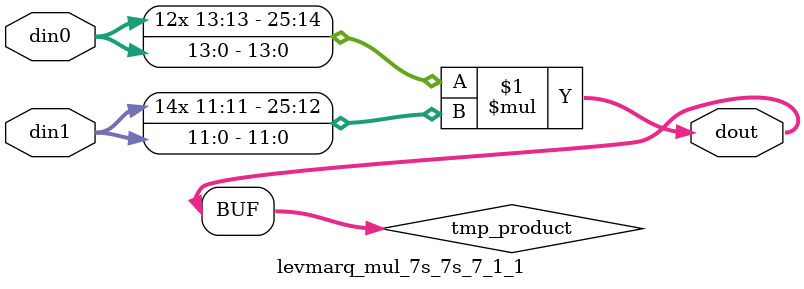
<source format=v>

`timescale 1 ns / 1 ps

  module levmarq_mul_7s_7s_7_1_1(din0, din1, dout);
parameter ID = 1;
parameter NUM_STAGE = 0;
parameter din0_WIDTH = 14;
parameter din1_WIDTH = 12;
parameter dout_WIDTH = 26;

input [din0_WIDTH - 1 : 0] din0; 
input [din1_WIDTH - 1 : 0] din1; 
output [dout_WIDTH - 1 : 0] dout;

wire signed [dout_WIDTH - 1 : 0] tmp_product;













assign tmp_product = $signed(din0) * $signed(din1);








assign dout = tmp_product;







endmodule

</source>
